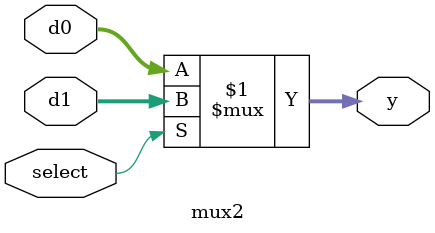
<source format=sv>
module mux2 #(parameter Width = 32)
	(input logic [Width-1:0] d0, d1,
	input logic select,
	output logic [Width-1:0] y);

assign y = select ? d1 : d0;

endmodule

</source>
